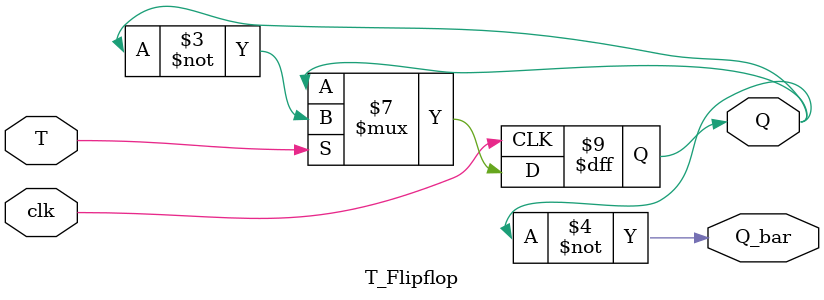
<source format=v>
module T_Flipflop (
	input T, clk,
	output reg Q, Q_bar);
initial 
  begin 
   Q = 0;
  end

always @ (posedge clk)
  begin 
    if (T == 0)
	Q <= Q;
    else
	Q <= ~Q;
  end
assign Q_bar = ~Q;
endmodule

</source>
